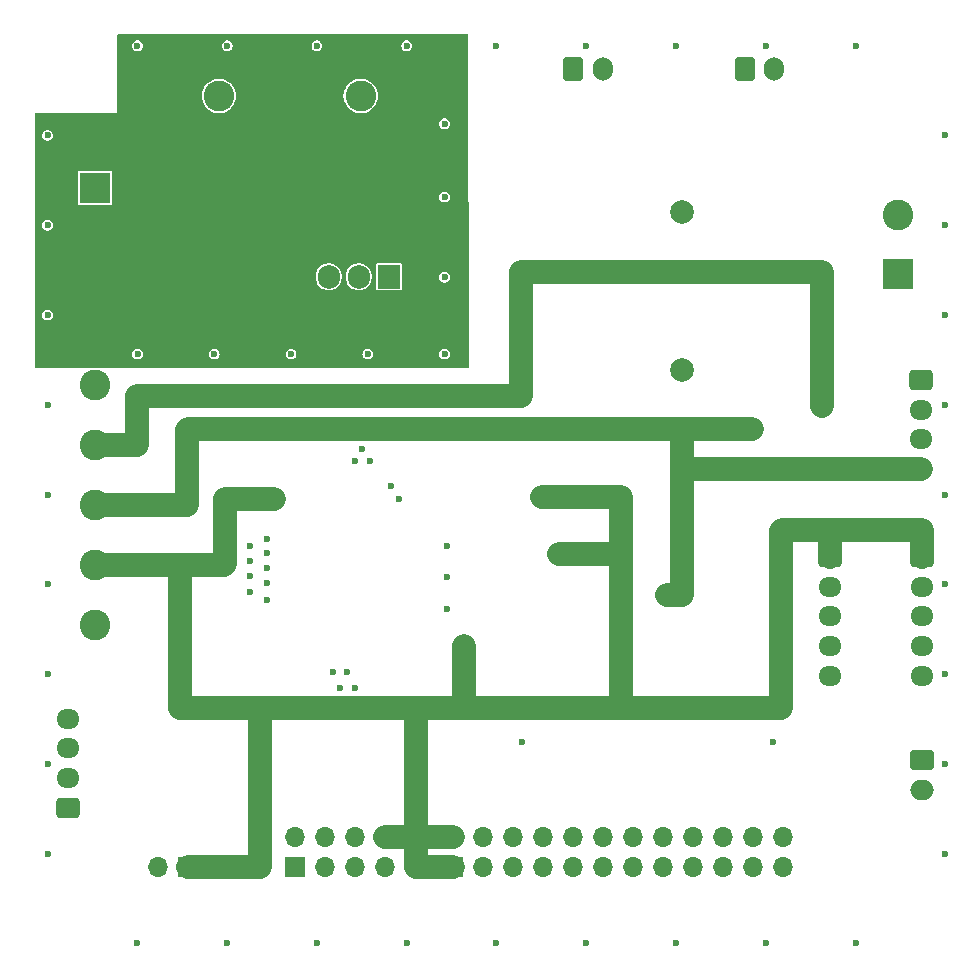
<source format=gbr>
%TF.GenerationSoftware,KiCad,Pcbnew,8.0.1*%
%TF.CreationDate,2024-05-03T08:15:37-04:00*%
%TF.ProjectId,ambiens-sc1,616d6269-656e-4732-9d73-63312e6b6963,rev?*%
%TF.SameCoordinates,Original*%
%TF.FileFunction,Copper,L3,Inr*%
%TF.FilePolarity,Positive*%
%FSLAX46Y46*%
G04 Gerber Fmt 4.6, Leading zero omitted, Abs format (unit mm)*
G04 Created by KiCad (PCBNEW 8.0.1) date 2024-05-03 08:15:37*
%MOMM*%
%LPD*%
G01*
G04 APERTURE LIST*
G04 Aperture macros list*
%AMRoundRect*
0 Rectangle with rounded corners*
0 $1 Rounding radius*
0 $2 $3 $4 $5 $6 $7 $8 $9 X,Y pos of 4 corners*
0 Add a 4 corners polygon primitive as box body*
4,1,4,$2,$3,$4,$5,$6,$7,$8,$9,$2,$3,0*
0 Add four circle primitives for the rounded corners*
1,1,$1+$1,$2,$3*
1,1,$1+$1,$4,$5*
1,1,$1+$1,$6,$7*
1,1,$1+$1,$8,$9*
0 Add four rect primitives between the rounded corners*
20,1,$1+$1,$2,$3,$4,$5,0*
20,1,$1+$1,$4,$5,$6,$7,0*
20,1,$1+$1,$6,$7,$8,$9,0*
20,1,$1+$1,$8,$9,$2,$3,0*%
G04 Aperture macros list end*
%TA.AperFunction,ComponentPad*%
%ADD10R,2.600000X2.600000*%
%TD*%
%TA.AperFunction,ComponentPad*%
%ADD11C,2.600000*%
%TD*%
%TA.AperFunction,ComponentPad*%
%ADD12R,2.000000X2.000000*%
%TD*%
%TA.AperFunction,ComponentPad*%
%ADD13C,2.000000*%
%TD*%
%TA.AperFunction,ComponentPad*%
%ADD14R,1.905000X2.000000*%
%TD*%
%TA.AperFunction,ComponentPad*%
%ADD15O,1.905000X2.000000*%
%TD*%
%TA.AperFunction,ComponentPad*%
%ADD16RoundRect,0.250000X-0.725000X0.600000X-0.725000X-0.600000X0.725000X-0.600000X0.725000X0.600000X0*%
%TD*%
%TA.AperFunction,ComponentPad*%
%ADD17O,1.950000X1.700000*%
%TD*%
%TA.AperFunction,ComponentPad*%
%ADD18R,1.700000X1.700000*%
%TD*%
%TA.AperFunction,ComponentPad*%
%ADD19O,1.700000X1.700000*%
%TD*%
%TA.AperFunction,ComponentPad*%
%ADD20RoundRect,0.250000X-0.600000X-0.750000X0.600000X-0.750000X0.600000X0.750000X-0.600000X0.750000X0*%
%TD*%
%TA.AperFunction,ComponentPad*%
%ADD21O,1.700000X2.000000*%
%TD*%
%TA.AperFunction,ComponentPad*%
%ADD22RoundRect,0.250000X0.725000X-0.600000X0.725000X0.600000X-0.725000X0.600000X-0.725000X-0.600000X0*%
%TD*%
%TA.AperFunction,ComponentPad*%
%ADD23RoundRect,0.250000X-0.750000X0.600000X-0.750000X-0.600000X0.750000X-0.600000X0.750000X0.600000X0*%
%TD*%
%TA.AperFunction,ComponentPad*%
%ADD24O,2.000000X1.700000*%
%TD*%
%TA.AperFunction,ViaPad*%
%ADD25C,0.600000*%
%TD*%
%TA.AperFunction,Conductor*%
%ADD26C,2.000000*%
%TD*%
%TA.AperFunction,Conductor*%
%ADD27C,0.200000*%
%TD*%
%TA.AperFunction,Conductor*%
%ADD28C,0.250000*%
%TD*%
G04 APERTURE END LIST*
D10*
%TO.N,+12V*%
%TO.C,J4*%
X158000000Y-50250000D03*
D11*
%TO.N,GND*%
X153000000Y-50250000D03*
%TD*%
D10*
%TO.N,+12V*%
%TO.C,J7*%
X130500000Y-69680000D03*
D11*
%TO.N,GND*%
X130500000Y-74759999D03*
%TO.N,+5V*%
X130500000Y-79840000D03*
%TO.N,+5VSB*%
X130500000Y-84920000D03*
%TO.N,+3.3V*%
X130500000Y-90000000D03*
%TO.N,/PS_ON*%
X130500000Y-95080000D03*
%TD*%
D12*
%TO.N,+5V*%
%TO.C,C1*%
X180175000Y-65117678D03*
D13*
%TO.N,GND*%
X180175000Y-60117678D03*
%TD*%
D14*
%TO.N,Net-(Q2-G)*%
%TO.C,Q2*%
X155369999Y-65570000D03*
D15*
%TO.N,Net-(D1-K)*%
X152829999Y-65570000D03*
%TO.N,GND*%
X150290000Y-65570000D03*
%TD*%
D16*
%TO.N,/leds/B*%
%TO.C,J8*%
X200457322Y-74325000D03*
D17*
%TO.N,/leds/G*%
X200457322Y-76825000D03*
%TO.N,/leds/R*%
X200457322Y-79325000D03*
%TO.N,+5VSB*%
X200457322Y-81825000D03*
%TD*%
D18*
%TO.N,/STM32/PROG_SWD*%
%TO.C,J14*%
X147410000Y-115532934D03*
D19*
%TO.N,/STM32/PROG_SCLK*%
X147410000Y-112992934D03*
%TO.N,/STM32/STM32_PB7*%
X149950000Y-115532934D03*
%TO.N,/STM32/STM32_PB6*%
X149950000Y-112992934D03*
%TO.N,/STM32/STM32_NRST*%
X152489999Y-115532934D03*
%TO.N,/STM32/STM32_BOOT0*%
X152490000Y-112992934D03*
%TO.N,GND*%
X155030000Y-115532934D03*
%TO.N,+3.3V*%
X155030000Y-112992934D03*
%TD*%
D20*
%TO.N,/AQ_FAN_CTRL*%
%TO.C,J1*%
X171000000Y-48000000D03*
D21*
%TO.N,/AQ_FAN_TACH*%
X173500000Y-48000000D03*
%TD*%
D22*
%TO.N,/PWR_BTN*%
%TO.C,J12*%
X128250000Y-110500000D03*
D17*
%TO.N,/SDA_CTRL*%
X128250000Y-108000000D03*
%TO.N,/SCL_CTRL*%
X128250000Y-105500000D03*
%TO.N,/PS_ON_CTRL*%
X128250000Y-103000000D03*
%TD*%
D18*
%TO.N,+3.3V*%
%TO.C,J13*%
X138365000Y-115532934D03*
D19*
%TO.N,/STM32/STM32_BOOT1*%
X135825000Y-115532934D03*
%TD*%
D18*
%TO.N,+3.3V*%
%TO.C,J15*%
X160860000Y-115532934D03*
D19*
X160860000Y-112992934D03*
%TO.N,/STM32/STM32_PB13*%
X163400000Y-115532934D03*
%TO.N,/STM32/STM32_PB12*%
X163400000Y-112992934D03*
%TO.N,/STM32/STM32_PB15*%
X165940000Y-115532934D03*
%TO.N,/STM32/STM32_PB14*%
X165940000Y-112992934D03*
%TO.N,/STM32/STM32_PA9*%
X168480000Y-115532934D03*
%TO.N,/STM32/STM32_PA8*%
X168480000Y-112992934D03*
%TO.N,/STM32/STM32_PA11*%
X171020000Y-115532934D03*
%TO.N,/STM32/STM32_PA10*%
X171020000Y-112992934D03*
%TO.N,/STM32/STM32_PA15*%
X173560000Y-115532934D03*
%TO.N,/STM32/STM32_PA12*%
X173560000Y-112992934D03*
%TO.N,/STM32/STM32_PB4*%
X176100000Y-115532934D03*
%TO.N,/STM32/STM32_PB3*%
X176100000Y-112992934D03*
%TO.N,GND*%
X178640000Y-115532934D03*
%TO.N,/STM32/STM32_PB5*%
X178640000Y-112992934D03*
%TO.N,/STM32/STM32_PC13*%
X181180000Y-115532934D03*
%TO.N,/STM32/STM32_PA1*%
X181180000Y-112992934D03*
%TO.N,/STM32/STM32_PA4*%
X183720000Y-115532934D03*
%TO.N,/STM32/STM32_PA5*%
X183720000Y-112992934D03*
%TO.N,/STM32/STM32_PB0*%
X186260000Y-115532934D03*
%TO.N,/STM32/STM32_PB1*%
X186260000Y-112992934D03*
%TO.N,GND*%
X188800000Y-115532934D03*
X188800000Y-112992934D03*
%TD*%
D12*
%TO.N,+5VSB*%
%TO.C,C2*%
X180175000Y-78475000D03*
D13*
%TO.N,GND*%
X180175000Y-73475000D03*
%TD*%
D10*
%TO.N,Net-(D1-K)*%
%TO.C,J5*%
X130500000Y-58030000D03*
D11*
%TO.N,+12V*%
X130500000Y-63030000D03*
%TD*%
D10*
%TO.N,/leds/5V_LED_STRIP*%
%TO.C,J6*%
X198457322Y-65325000D03*
D11*
%TO.N,GND*%
X198457322Y-60325000D03*
%TD*%
D16*
%TO.N,+3.3V*%
%TO.C,J9*%
X192700000Y-89325000D03*
D17*
%TO.N,GND*%
X192700000Y-91825000D03*
%TO.N,/SCL_BUS*%
X192700000Y-94325000D03*
%TO.N,/SDA_BUS*%
X192700000Y-96825000D03*
%TO.N,GND*%
X192700000Y-99325000D03*
%TD*%
D10*
%TO.N,+12V*%
%TO.C,J3*%
X146000000Y-50250000D03*
D11*
%TO.N,Net-(J3-Pin_2)*%
X141000000Y-50250000D03*
%TD*%
D16*
%TO.N,+3.3V*%
%TO.C,J10*%
X200500001Y-89325000D03*
D17*
%TO.N,GND*%
X200500001Y-91825000D03*
%TO.N,/SCL_BUS*%
X200500001Y-94325000D03*
%TO.N,/SDA_BUS*%
X200500001Y-96825000D03*
%TO.N,unconnected-(J10-Pin_5-Pad5)*%
X200500001Y-99325000D03*
%TD*%
D20*
%TO.N,/HEATER_TEMP*%
%TO.C,J2*%
X185500000Y-48000000D03*
D21*
%TO.N,GND*%
X188000000Y-48000000D03*
%TD*%
D23*
%TO.N,GND*%
%TO.C,J11*%
X200500000Y-106500000D03*
D24*
%TO.N,/PWR_BTN*%
X200500000Y-109000000D03*
%TD*%
D25*
%TO.N,+12V*%
X137660000Y-58010000D03*
%TO.N,+5VSB*%
X186225000Y-78425000D03*
X178950000Y-92520000D03*
%TO.N,GND*%
X187880000Y-104940000D03*
X160110000Y-72110000D03*
X126500000Y-68800000D03*
X187300000Y-46000000D03*
X134100000Y-46000000D03*
X202500000Y-68800000D03*
X194900000Y-46000000D03*
X156900000Y-46000000D03*
X126500000Y-106800000D03*
X202500000Y-99200000D03*
X172100000Y-46000000D03*
X202500000Y-91600000D03*
X126500000Y-76400000D03*
X153610000Y-72110000D03*
X126500000Y-91600000D03*
X141700000Y-122000000D03*
X149300000Y-122000000D03*
X134100000Y-122000000D03*
X126500000Y-61200000D03*
X179700000Y-46000000D03*
X202500000Y-53600000D03*
X126500000Y-53600000D03*
X172100000Y-122000000D03*
X149300000Y-46000000D03*
X160110000Y-58820000D03*
X166650000Y-104940000D03*
X202500000Y-61200000D03*
X126500000Y-114400000D03*
X202500000Y-76400000D03*
X202500000Y-106800000D03*
X164500000Y-46000000D03*
X160110000Y-65610000D03*
X160110000Y-52610000D03*
X126500000Y-84000000D03*
X164500000Y-122000000D03*
X202500000Y-84000000D03*
X202500000Y-114400000D03*
X126500000Y-99200000D03*
X194900000Y-122000000D03*
X140610000Y-72110000D03*
X179700000Y-122000000D03*
X187300000Y-122000000D03*
X156900000Y-122000000D03*
X134110000Y-72110000D03*
X147110000Y-72110000D03*
X141700000Y-46000000D03*
%TO.N,+3.3V*%
X155064439Y-101825000D03*
X161745000Y-96843545D03*
X163600000Y-101825000D03*
X145675000Y-84375000D03*
X140760000Y-115532934D03*
X168142500Y-84175000D03*
X172075000Y-84175000D03*
X178220000Y-101825000D03*
X147100000Y-101825000D03*
X169820000Y-89070000D03*
X166641496Y-101825000D03*
X170535698Y-101825000D03*
%TO.N,+5V*%
X192075001Y-75650000D03*
X192075001Y-76475000D03*
%TO.N,/STM32/STM32_NRST*%
X160350000Y-90950000D03*
%TO.N,/STM32/STM32_BOOT1*%
X152549872Y-81200000D03*
%TO.N,/STM32/STM32_PA4*%
X156225000Y-84350000D03*
%TO.N,/STM32/STM32_PB3*%
X151250000Y-100400000D03*
%TO.N,/STM32/STM32_PA8*%
X145075000Y-90228672D03*
%TO.N,/STM32/STM32_PC13*%
X160350000Y-93700000D03*
%TO.N,/STM32/STM32_PA12*%
X145075000Y-92925000D03*
%TO.N,/STM32/STM32_PA5*%
X155575000Y-83250000D03*
%TO.N,/STM32/STM32_PB15*%
X143650000Y-89628672D03*
%TO.N,/STM32/STM32_PB13*%
X143650000Y-88350000D03*
%TO.N,/STM32/STM32_PB5*%
X152549872Y-100400000D03*
%TO.N,/STM32/STM32_PB14*%
X145075000Y-88953672D03*
%TO.N,/STM32/STM32_PB1*%
X153150000Y-80175000D03*
%TO.N,/STM32/STM32_PB12*%
X145075000Y-87750000D03*
%TO.N,/STM32/STM32_PA15*%
X150650000Y-99050000D03*
%TO.N,/STM32/STM32_PB4*%
X151850000Y-99050000D03*
%TO.N,/STM32/STM32_PB0*%
X153749872Y-81200000D03*
%TO.N,/STM32/STM32_PA9*%
X143650000Y-90900000D03*
%TO.N,/STM32/STM32_PA1*%
X160350000Y-88350000D03*
%TO.N,/STM32/STM32_PA11*%
X143650000Y-92225000D03*
%TO.N,/STM32/STM32_PA10*%
X145075000Y-91525000D03*
%TD*%
D26*
%TO.N,+5VSB*%
X178950000Y-92520000D02*
X180135000Y-92520000D01*
X138325000Y-78515000D02*
X138365000Y-78475000D01*
D27*
X180135000Y-92520000D02*
X180175000Y-92480000D01*
D26*
X180225000Y-81800000D02*
X180200000Y-81825000D01*
X200457322Y-81825000D02*
X180200000Y-81825000D01*
X180175000Y-81750000D02*
X180225000Y-81800000D01*
X133650000Y-84920000D02*
X138320000Y-84920000D01*
X133650000Y-84920000D02*
X136480000Y-84920000D01*
X138320000Y-84920000D02*
X138325000Y-84925000D01*
X130500000Y-84920000D02*
X133650000Y-84920000D01*
X186175000Y-78475000D02*
X180175000Y-78475000D01*
X138325000Y-84925000D02*
X138325000Y-78515000D01*
D27*
X136480000Y-84920000D02*
X136550000Y-84850000D01*
D26*
X180175000Y-78475000D02*
X180175000Y-92480000D01*
D27*
X186225000Y-78425000D02*
X186175000Y-78475000D01*
D26*
X178350000Y-78475000D02*
X180175000Y-78475000D01*
X138365000Y-78475000D02*
X178350000Y-78475000D01*
%TO.N,+3.3V*%
X188650000Y-87025000D02*
X192475000Y-87025000D01*
X175025000Y-102075000D02*
X188550000Y-102075000D01*
X157650000Y-112475000D02*
X157650000Y-115525000D01*
X144500000Y-115520000D02*
X144500000Y-102075000D01*
X137700000Y-90000000D02*
X137700000Y-102075000D01*
X137700000Y-90000000D02*
X141400000Y-90000000D01*
X144487066Y-115532934D02*
X138365000Y-115532934D01*
X157657934Y-115532934D02*
X160860000Y-115532934D01*
X161825000Y-102075000D02*
X175025000Y-102075000D01*
X157650000Y-115525000D02*
X157657934Y-115532934D01*
X160860000Y-112992934D02*
X155030000Y-112992934D01*
X144487066Y-115532934D02*
X144500000Y-115520000D01*
X158167934Y-112992934D02*
X160860000Y-112992934D01*
X157650000Y-102275000D02*
X157450000Y-102075000D01*
X175025000Y-84175000D02*
X175025000Y-89270000D01*
X188575000Y-102050000D02*
X188575000Y-87100000D01*
X145675000Y-84375000D02*
X141505000Y-84375000D01*
X175025000Y-89270000D02*
X175025000Y-102075000D01*
D28*
X141505000Y-84375000D02*
X141500000Y-84380000D01*
D26*
X169820000Y-89070000D02*
X174825000Y-89070000D01*
X130500000Y-90000000D02*
X137700000Y-90000000D01*
X188575000Y-87100000D02*
X188650000Y-87025000D01*
X157450000Y-102075000D02*
X161825000Y-102075000D01*
X144500000Y-102075000D02*
X157450000Y-102075000D01*
X141400000Y-90000000D02*
X141500000Y-89900000D01*
D28*
X161745000Y-101995000D02*
X161825000Y-102075000D01*
D26*
X157650000Y-112475000D02*
X157650000Y-102275000D01*
X157650000Y-112475000D02*
X158167934Y-112992934D01*
X141500000Y-89900000D02*
X141500000Y-84380000D01*
X168375000Y-84175000D02*
X175025000Y-84175000D01*
X137700000Y-102075000D02*
X144500000Y-102075000D01*
X161745000Y-96843545D02*
X161745000Y-101995000D01*
X200490002Y-87025000D02*
X200500001Y-87034999D01*
X200500001Y-89325000D02*
X200500001Y-87034999D01*
X188550000Y-102075000D02*
X188575000Y-102050000D01*
X192700000Y-87250000D02*
X192700000Y-89325000D01*
X192475000Y-87025000D02*
X192700000Y-87250000D01*
D28*
X174825000Y-89070000D02*
X175025000Y-89270000D01*
D26*
X192475000Y-87025000D02*
X200490002Y-87025000D01*
%TO.N,+5V*%
X134050000Y-79770000D02*
X134050000Y-75690000D01*
D27*
X192075001Y-65125001D02*
X192067678Y-65117678D01*
D26*
X134050000Y-75690000D02*
X134065000Y-75675000D01*
X130500000Y-79840000D02*
X133980000Y-79840000D01*
X166575000Y-65117678D02*
X180175000Y-65117678D01*
X166575000Y-75675000D02*
X166575000Y-65117678D01*
X134065000Y-75675000D02*
X166575000Y-75675000D01*
X192075001Y-76475000D02*
X192075001Y-65125001D01*
X192067678Y-65117678D02*
X180175000Y-65117678D01*
X133980000Y-79840000D02*
X134050000Y-79770000D01*
%TD*%
%TA.AperFunction,Conductor*%
%TO.N,+12V*%
G36*
X162106208Y-45072174D02*
G01*
X162127882Y-45124310D01*
X162199810Y-73175908D01*
X162178270Y-73228290D01*
X162126000Y-73250097D01*
X162125911Y-73250098D01*
X162125908Y-73250098D01*
X125499598Y-73298543D01*
X125447243Y-73276938D01*
X125425500Y-73224641D01*
X125425500Y-72110000D01*
X133654867Y-72110000D01*
X133673302Y-72238223D01*
X133673302Y-72238224D01*
X133673303Y-72238226D01*
X133727118Y-72356063D01*
X133811951Y-72453967D01*
X133920931Y-72524004D01*
X134045228Y-72560500D01*
X134174772Y-72560500D01*
X134299069Y-72524004D01*
X134408049Y-72453967D01*
X134492882Y-72356063D01*
X134546697Y-72238226D01*
X134565133Y-72110000D01*
X140154867Y-72110000D01*
X140173302Y-72238223D01*
X140173302Y-72238224D01*
X140173303Y-72238226D01*
X140227118Y-72356063D01*
X140311951Y-72453967D01*
X140420931Y-72524004D01*
X140545228Y-72560500D01*
X140674772Y-72560500D01*
X140799069Y-72524004D01*
X140908049Y-72453967D01*
X140992882Y-72356063D01*
X141046697Y-72238226D01*
X141065133Y-72110000D01*
X146654867Y-72110000D01*
X146673302Y-72238223D01*
X146673302Y-72238224D01*
X146673303Y-72238226D01*
X146727118Y-72356063D01*
X146811951Y-72453967D01*
X146920931Y-72524004D01*
X147045228Y-72560500D01*
X147174772Y-72560500D01*
X147299069Y-72524004D01*
X147408049Y-72453967D01*
X147492882Y-72356063D01*
X147546697Y-72238226D01*
X147565133Y-72110000D01*
X153154867Y-72110000D01*
X153173302Y-72238223D01*
X153173302Y-72238224D01*
X153173303Y-72238226D01*
X153227118Y-72356063D01*
X153311951Y-72453967D01*
X153420931Y-72524004D01*
X153545228Y-72560500D01*
X153674772Y-72560500D01*
X153799069Y-72524004D01*
X153908049Y-72453967D01*
X153992882Y-72356063D01*
X154046697Y-72238226D01*
X154065133Y-72110000D01*
X159654867Y-72110000D01*
X159673302Y-72238223D01*
X159673302Y-72238224D01*
X159673303Y-72238226D01*
X159727118Y-72356063D01*
X159811951Y-72453967D01*
X159920931Y-72524004D01*
X160045228Y-72560500D01*
X160174772Y-72560500D01*
X160299069Y-72524004D01*
X160408049Y-72453967D01*
X160492882Y-72356063D01*
X160546697Y-72238226D01*
X160565133Y-72110000D01*
X160546697Y-71981774D01*
X160492882Y-71863937D01*
X160408049Y-71766033D01*
X160341032Y-71722964D01*
X160299068Y-71695995D01*
X160174772Y-71659500D01*
X160045228Y-71659500D01*
X159920931Y-71695995D01*
X159811954Y-71766031D01*
X159811950Y-71766034D01*
X159727119Y-71863935D01*
X159673302Y-71981776D01*
X159654867Y-72110000D01*
X154065133Y-72110000D01*
X154046697Y-71981774D01*
X153992882Y-71863937D01*
X153908049Y-71766033D01*
X153841032Y-71722964D01*
X153799068Y-71695995D01*
X153674772Y-71659500D01*
X153545228Y-71659500D01*
X153420931Y-71695995D01*
X153311954Y-71766031D01*
X153311950Y-71766034D01*
X153227119Y-71863935D01*
X153173302Y-71981776D01*
X153154867Y-72110000D01*
X147565133Y-72110000D01*
X147546697Y-71981774D01*
X147492882Y-71863937D01*
X147408049Y-71766033D01*
X147341032Y-71722964D01*
X147299068Y-71695995D01*
X147174772Y-71659500D01*
X147045228Y-71659500D01*
X146920931Y-71695995D01*
X146811954Y-71766031D01*
X146811950Y-71766034D01*
X146727119Y-71863935D01*
X146673302Y-71981776D01*
X146654867Y-72110000D01*
X141065133Y-72110000D01*
X141046697Y-71981774D01*
X140992882Y-71863937D01*
X140908049Y-71766033D01*
X140841032Y-71722964D01*
X140799068Y-71695995D01*
X140674772Y-71659500D01*
X140545228Y-71659500D01*
X140420931Y-71695995D01*
X140311954Y-71766031D01*
X140311950Y-71766034D01*
X140227119Y-71863935D01*
X140173302Y-71981776D01*
X140154867Y-72110000D01*
X134565133Y-72110000D01*
X134546697Y-71981774D01*
X134492882Y-71863937D01*
X134408049Y-71766033D01*
X134341032Y-71722964D01*
X134299068Y-71695995D01*
X134174772Y-71659500D01*
X134045228Y-71659500D01*
X133920931Y-71695995D01*
X133811954Y-71766031D01*
X133811950Y-71766034D01*
X133727119Y-71863935D01*
X133673302Y-71981776D01*
X133654867Y-72110000D01*
X125425500Y-72110000D01*
X125425500Y-68800000D01*
X126044867Y-68800000D01*
X126063302Y-68928223D01*
X126063302Y-68928224D01*
X126063303Y-68928226D01*
X126117118Y-69046063D01*
X126201951Y-69143967D01*
X126310931Y-69214004D01*
X126435228Y-69250500D01*
X126564772Y-69250500D01*
X126689069Y-69214004D01*
X126798049Y-69143967D01*
X126882882Y-69046063D01*
X126936697Y-68928226D01*
X126955133Y-68800000D01*
X126936697Y-68671774D01*
X126882882Y-68553937D01*
X126798049Y-68456033D01*
X126731032Y-68412964D01*
X126689068Y-68385995D01*
X126564772Y-68349500D01*
X126435228Y-68349500D01*
X126310931Y-68385995D01*
X126201954Y-68456031D01*
X126201950Y-68456034D01*
X126117119Y-68553935D01*
X126063302Y-68671776D01*
X126044867Y-68800000D01*
X125425500Y-68800000D01*
X125425500Y-65704308D01*
X149187000Y-65704308D01*
X149214158Y-65875784D01*
X149214160Y-65875793D01*
X149267807Y-66040899D01*
X149346629Y-66195598D01*
X149409130Y-66281623D01*
X149448678Y-66336056D01*
X149571444Y-66458822D01*
X149649400Y-66515460D01*
X149711901Y-66560870D01*
X149786462Y-66598860D01*
X149866595Y-66639690D01*
X149866597Y-66639690D01*
X149866600Y-66639692D01*
X150031706Y-66693339D01*
X150031708Y-66693339D01*
X150031713Y-66693341D01*
X150146032Y-66711447D01*
X150203191Y-66720500D01*
X150203192Y-66720500D01*
X150376809Y-66720500D01*
X150431947Y-66711767D01*
X150548287Y-66693341D01*
X150713405Y-66639690D01*
X150868098Y-66560870D01*
X151008556Y-66458822D01*
X151131322Y-66336056D01*
X151233370Y-66195598D01*
X151312190Y-66040905D01*
X151365841Y-65875787D01*
X151393000Y-65704308D01*
X151726999Y-65704308D01*
X151754157Y-65875784D01*
X151754159Y-65875793D01*
X151807806Y-66040899D01*
X151886628Y-66195598D01*
X151949129Y-66281623D01*
X151988677Y-66336056D01*
X152111443Y-66458822D01*
X152189399Y-66515460D01*
X152251900Y-66560870D01*
X152326461Y-66598860D01*
X152406594Y-66639690D01*
X152406596Y-66639690D01*
X152406599Y-66639692D01*
X152571705Y-66693339D01*
X152571707Y-66693339D01*
X152571712Y-66693341D01*
X152686031Y-66711447D01*
X152743190Y-66720500D01*
X152743191Y-66720500D01*
X152916808Y-66720500D01*
X152971946Y-66711767D01*
X153088286Y-66693341D01*
X153253404Y-66639690D01*
X153361094Y-66584819D01*
X154266999Y-66584819D01*
X154275732Y-66628722D01*
X154283060Y-66639690D01*
X154308995Y-66678504D01*
X154358777Y-66711767D01*
X154402679Y-66720500D01*
X154402680Y-66720500D01*
X156337318Y-66720500D01*
X156337319Y-66720500D01*
X156381221Y-66711767D01*
X156431003Y-66678504D01*
X156464266Y-66628722D01*
X156472999Y-66584820D01*
X156472999Y-65610000D01*
X159654867Y-65610000D01*
X159673302Y-65738223D01*
X159673302Y-65738224D01*
X159673303Y-65738226D01*
X159727118Y-65856063D01*
X159811951Y-65953967D01*
X159920931Y-66024004D01*
X160045228Y-66060500D01*
X160174772Y-66060500D01*
X160299069Y-66024004D01*
X160408049Y-65953967D01*
X160492882Y-65856063D01*
X160546697Y-65738226D01*
X160565133Y-65610000D01*
X160546697Y-65481774D01*
X160492882Y-65363937D01*
X160408049Y-65266033D01*
X160341032Y-65222964D01*
X160299068Y-65195995D01*
X160174772Y-65159500D01*
X160045228Y-65159500D01*
X159920931Y-65195995D01*
X159811954Y-65266031D01*
X159811950Y-65266034D01*
X159727119Y-65363935D01*
X159673302Y-65481776D01*
X159654867Y-65610000D01*
X156472999Y-65610000D01*
X156472999Y-64555180D01*
X156464266Y-64511278D01*
X156431003Y-64461496D01*
X156381221Y-64428233D01*
X156337319Y-64419500D01*
X154402679Y-64419500D01*
X154380728Y-64423866D01*
X154358776Y-64428233D01*
X154308995Y-64461495D01*
X154308994Y-64461496D01*
X154275732Y-64511277D01*
X154266999Y-64555180D01*
X154266999Y-66584819D01*
X153361094Y-66584819D01*
X153408097Y-66560870D01*
X153548555Y-66458822D01*
X153671321Y-66336056D01*
X153773369Y-66195598D01*
X153852189Y-66040905D01*
X153905840Y-65875787D01*
X153932999Y-65704308D01*
X153932999Y-65435692D01*
X153905840Y-65264213D01*
X153883675Y-65195996D01*
X153852191Y-65099100D01*
X153852189Y-65099097D01*
X153852189Y-65099095D01*
X153811359Y-65018962D01*
X153773369Y-64944401D01*
X153727959Y-64881900D01*
X153671321Y-64803944D01*
X153548555Y-64681178D01*
X153494122Y-64641630D01*
X153408097Y-64579129D01*
X153253398Y-64500307D01*
X153088292Y-64446660D01*
X153088283Y-64446658D01*
X152916808Y-64419500D01*
X152916807Y-64419500D01*
X152743191Y-64419500D01*
X152743190Y-64419500D01*
X152571714Y-64446658D01*
X152571705Y-64446660D01*
X152406599Y-64500307D01*
X152251900Y-64579129D01*
X152111447Y-64681175D01*
X152111443Y-64681178D01*
X151988677Y-64803944D01*
X151988674Y-64803947D01*
X151988674Y-64803948D01*
X151886628Y-64944401D01*
X151807806Y-65099100D01*
X151754159Y-65264206D01*
X151754157Y-65264215D01*
X151726999Y-65435691D01*
X151726999Y-65704308D01*
X151393000Y-65704308D01*
X151393000Y-65435692D01*
X151365841Y-65264213D01*
X151343676Y-65195996D01*
X151312192Y-65099100D01*
X151312190Y-65099097D01*
X151312190Y-65099095D01*
X151271360Y-65018962D01*
X151233370Y-64944401D01*
X151187960Y-64881900D01*
X151131322Y-64803944D01*
X151008556Y-64681178D01*
X150954123Y-64641630D01*
X150868098Y-64579129D01*
X150713399Y-64500307D01*
X150548293Y-64446660D01*
X150548284Y-64446658D01*
X150376809Y-64419500D01*
X150376808Y-64419500D01*
X150203192Y-64419500D01*
X150203191Y-64419500D01*
X150031715Y-64446658D01*
X150031706Y-64446660D01*
X149866600Y-64500307D01*
X149711901Y-64579129D01*
X149571448Y-64681175D01*
X149571444Y-64681178D01*
X149448678Y-64803944D01*
X149448675Y-64803947D01*
X149448675Y-64803948D01*
X149346629Y-64944401D01*
X149267807Y-65099100D01*
X149214160Y-65264206D01*
X149214158Y-65264215D01*
X149187000Y-65435691D01*
X149187000Y-65704308D01*
X125425500Y-65704308D01*
X125425500Y-61200000D01*
X126044867Y-61200000D01*
X126063302Y-61328223D01*
X126063302Y-61328224D01*
X126063303Y-61328226D01*
X126117118Y-61446063D01*
X126201951Y-61543967D01*
X126310931Y-61614004D01*
X126435228Y-61650500D01*
X126564772Y-61650500D01*
X126689069Y-61614004D01*
X126798049Y-61543967D01*
X126882882Y-61446063D01*
X126936697Y-61328226D01*
X126955133Y-61200000D01*
X126936697Y-61071774D01*
X126882882Y-60953937D01*
X126798049Y-60856033D01*
X126731032Y-60812964D01*
X126689068Y-60785995D01*
X126564772Y-60749500D01*
X126435228Y-60749500D01*
X126310931Y-60785995D01*
X126201954Y-60856031D01*
X126201950Y-60856034D01*
X126117119Y-60953935D01*
X126063302Y-61071776D01*
X126044867Y-61200000D01*
X125425500Y-61200000D01*
X125425500Y-59344820D01*
X129049500Y-59344820D01*
X129058233Y-59388722D01*
X129091496Y-59438504D01*
X129141278Y-59471767D01*
X129185180Y-59480500D01*
X129185181Y-59480500D01*
X131814819Y-59480500D01*
X131814820Y-59480500D01*
X131858722Y-59471767D01*
X131908504Y-59438504D01*
X131941767Y-59388722D01*
X131950500Y-59344820D01*
X131950500Y-58820000D01*
X159654867Y-58820000D01*
X159673302Y-58948223D01*
X159673302Y-58948224D01*
X159673303Y-58948226D01*
X159727118Y-59066063D01*
X159811951Y-59163967D01*
X159920931Y-59234004D01*
X160045228Y-59270500D01*
X160174772Y-59270500D01*
X160299069Y-59234004D01*
X160408049Y-59163967D01*
X160492882Y-59066063D01*
X160546697Y-58948226D01*
X160565133Y-58820000D01*
X160546697Y-58691774D01*
X160492882Y-58573937D01*
X160408049Y-58476033D01*
X160341032Y-58432964D01*
X160299068Y-58405995D01*
X160174772Y-58369500D01*
X160045228Y-58369500D01*
X159920931Y-58405995D01*
X159811954Y-58476031D01*
X159811950Y-58476034D01*
X159727119Y-58573935D01*
X159673302Y-58691776D01*
X159654867Y-58820000D01*
X131950500Y-58820000D01*
X131950500Y-56715180D01*
X131941767Y-56671278D01*
X131908504Y-56621496D01*
X131858722Y-56588233D01*
X131814820Y-56579500D01*
X129185180Y-56579500D01*
X129163229Y-56583866D01*
X129141277Y-56588233D01*
X129091496Y-56621495D01*
X129091495Y-56621496D01*
X129058233Y-56671277D01*
X129058233Y-56671278D01*
X129049500Y-56715180D01*
X129049500Y-59344820D01*
X125425500Y-59344820D01*
X125425500Y-53600000D01*
X126044867Y-53600000D01*
X126063302Y-53728223D01*
X126063302Y-53728224D01*
X126063303Y-53728226D01*
X126117118Y-53846063D01*
X126201951Y-53943967D01*
X126310931Y-54014004D01*
X126435228Y-54050500D01*
X126564772Y-54050500D01*
X126689069Y-54014004D01*
X126798049Y-53943967D01*
X126882882Y-53846063D01*
X126936697Y-53728226D01*
X126955133Y-53600000D01*
X126936697Y-53471774D01*
X126882882Y-53353937D01*
X126798049Y-53256033D01*
X126731032Y-53212964D01*
X126689068Y-53185995D01*
X126564772Y-53149500D01*
X126435228Y-53149500D01*
X126310931Y-53185995D01*
X126201954Y-53256031D01*
X126201950Y-53256034D01*
X126117119Y-53353935D01*
X126063302Y-53471776D01*
X126044867Y-53600000D01*
X125425500Y-53600000D01*
X125425500Y-52610000D01*
X159654867Y-52610000D01*
X159673302Y-52738223D01*
X159673302Y-52738224D01*
X159673303Y-52738226D01*
X159727118Y-52856063D01*
X159811951Y-52953967D01*
X159920931Y-53024004D01*
X160045228Y-53060500D01*
X160174772Y-53060500D01*
X160299069Y-53024004D01*
X160408049Y-52953967D01*
X160492882Y-52856063D01*
X160546697Y-52738226D01*
X160565133Y-52610000D01*
X160546697Y-52481774D01*
X160492882Y-52363937D01*
X160408049Y-52266033D01*
X160341032Y-52222964D01*
X160299068Y-52195995D01*
X160174772Y-52159500D01*
X160045228Y-52159500D01*
X159920931Y-52195995D01*
X159811954Y-52266031D01*
X159811950Y-52266034D01*
X159727119Y-52363935D01*
X159673302Y-52481776D01*
X159654867Y-52610000D01*
X125425500Y-52610000D01*
X125425500Y-51770610D01*
X125447174Y-51718284D01*
X125499264Y-51696611D01*
X132350000Y-51675000D01*
X132350000Y-50250003D01*
X139544529Y-50250003D01*
X139564378Y-50489556D01*
X139564378Y-50489557D01*
X139623392Y-50722597D01*
X139719951Y-50942728D01*
X139851429Y-51143969D01*
X140014236Y-51320825D01*
X140203933Y-51468472D01*
X140415344Y-51582882D01*
X140642703Y-51660934D01*
X140879808Y-51700500D01*
X141120192Y-51700500D01*
X141357297Y-51660934D01*
X141584656Y-51582882D01*
X141796067Y-51468472D01*
X141985764Y-51320825D01*
X142148571Y-51143969D01*
X142280049Y-50942728D01*
X142376610Y-50722591D01*
X142435620Y-50489563D01*
X142435620Y-50489559D01*
X142435621Y-50489557D01*
X142435621Y-50489556D01*
X142455471Y-50250003D01*
X151544529Y-50250003D01*
X151564378Y-50489556D01*
X151564378Y-50489557D01*
X151623392Y-50722597D01*
X151719951Y-50942728D01*
X151851429Y-51143969D01*
X152014236Y-51320825D01*
X152203933Y-51468472D01*
X152415344Y-51582882D01*
X152642703Y-51660934D01*
X152879808Y-51700500D01*
X153120192Y-51700500D01*
X153357297Y-51660934D01*
X153584656Y-51582882D01*
X153796067Y-51468472D01*
X153985764Y-51320825D01*
X154148571Y-51143969D01*
X154280049Y-50942728D01*
X154376610Y-50722591D01*
X154435620Y-50489563D01*
X154435620Y-50489559D01*
X154435621Y-50489557D01*
X154435621Y-50489556D01*
X154455471Y-50250003D01*
X154455471Y-50249996D01*
X154435621Y-50010443D01*
X154435621Y-50010442D01*
X154435620Y-50010437D01*
X154376610Y-49777409D01*
X154280049Y-49557272D01*
X154148571Y-49356031D01*
X153985764Y-49179175D01*
X153796067Y-49031528D01*
X153667234Y-48961807D01*
X153584655Y-48917117D01*
X153357295Y-48839065D01*
X153120194Y-48799500D01*
X153120192Y-48799500D01*
X152879808Y-48799500D01*
X152879805Y-48799500D01*
X152642704Y-48839065D01*
X152415344Y-48917117D01*
X152203940Y-49031524D01*
X152203928Y-49031531D01*
X152014234Y-49179176D01*
X151851427Y-49356033D01*
X151719951Y-49557271D01*
X151623392Y-49777402D01*
X151564378Y-50010442D01*
X151564378Y-50010443D01*
X151544529Y-50249996D01*
X151544529Y-50250003D01*
X142455471Y-50250003D01*
X142455471Y-50249996D01*
X142435621Y-50010443D01*
X142435621Y-50010442D01*
X142435620Y-50010437D01*
X142376610Y-49777409D01*
X142280049Y-49557272D01*
X142148571Y-49356031D01*
X141985764Y-49179175D01*
X141796067Y-49031528D01*
X141667234Y-48961807D01*
X141584655Y-48917117D01*
X141357295Y-48839065D01*
X141120194Y-48799500D01*
X141120192Y-48799500D01*
X140879808Y-48799500D01*
X140879805Y-48799500D01*
X140642704Y-48839065D01*
X140415344Y-48917117D01*
X140203940Y-49031524D01*
X140203928Y-49031531D01*
X140014234Y-49179176D01*
X139851427Y-49356033D01*
X139719951Y-49557271D01*
X139623392Y-49777402D01*
X139564378Y-50010442D01*
X139564378Y-50010443D01*
X139544529Y-50249996D01*
X139544529Y-50250003D01*
X132350000Y-50250003D01*
X132350000Y-46000000D01*
X133644867Y-46000000D01*
X133663302Y-46128223D01*
X133663302Y-46128224D01*
X133663303Y-46128226D01*
X133717118Y-46246063D01*
X133801951Y-46343967D01*
X133910931Y-46414004D01*
X134035228Y-46450500D01*
X134164772Y-46450500D01*
X134289069Y-46414004D01*
X134398049Y-46343967D01*
X134482882Y-46246063D01*
X134536697Y-46128226D01*
X134555133Y-46000000D01*
X141244867Y-46000000D01*
X141263302Y-46128223D01*
X141263302Y-46128224D01*
X141263303Y-46128226D01*
X141317118Y-46246063D01*
X141401951Y-46343967D01*
X141510931Y-46414004D01*
X141635228Y-46450500D01*
X141764772Y-46450500D01*
X141889069Y-46414004D01*
X141998049Y-46343967D01*
X142082882Y-46246063D01*
X142136697Y-46128226D01*
X142155133Y-46000000D01*
X148844867Y-46000000D01*
X148863302Y-46128223D01*
X148863302Y-46128224D01*
X148863303Y-46128226D01*
X148917118Y-46246063D01*
X149001951Y-46343967D01*
X149110931Y-46414004D01*
X149235228Y-46450500D01*
X149364772Y-46450500D01*
X149489069Y-46414004D01*
X149598049Y-46343967D01*
X149682882Y-46246063D01*
X149736697Y-46128226D01*
X149755133Y-46000000D01*
X156444867Y-46000000D01*
X156463302Y-46128223D01*
X156463302Y-46128224D01*
X156463303Y-46128226D01*
X156517118Y-46246063D01*
X156601951Y-46343967D01*
X156710931Y-46414004D01*
X156835228Y-46450500D01*
X156964772Y-46450500D01*
X157089069Y-46414004D01*
X157198049Y-46343967D01*
X157282882Y-46246063D01*
X157336697Y-46128226D01*
X157355133Y-46000000D01*
X157336697Y-45871774D01*
X157282882Y-45753937D01*
X157198049Y-45656033D01*
X157131032Y-45612964D01*
X157089068Y-45585995D01*
X156964772Y-45549500D01*
X156835228Y-45549500D01*
X156710931Y-45585995D01*
X156601954Y-45656031D01*
X156601950Y-45656034D01*
X156517119Y-45753935D01*
X156463302Y-45871776D01*
X156444867Y-46000000D01*
X149755133Y-46000000D01*
X149736697Y-45871774D01*
X149682882Y-45753937D01*
X149598049Y-45656033D01*
X149531032Y-45612964D01*
X149489068Y-45585995D01*
X149364772Y-45549500D01*
X149235228Y-45549500D01*
X149110931Y-45585995D01*
X149001954Y-45656031D01*
X149001950Y-45656034D01*
X148917119Y-45753935D01*
X148863302Y-45871776D01*
X148844867Y-46000000D01*
X142155133Y-46000000D01*
X142136697Y-45871774D01*
X142082882Y-45753937D01*
X141998049Y-45656033D01*
X141931032Y-45612964D01*
X141889068Y-45585995D01*
X141764772Y-45549500D01*
X141635228Y-45549500D01*
X141510931Y-45585995D01*
X141401954Y-45656031D01*
X141401950Y-45656034D01*
X141317119Y-45753935D01*
X141263302Y-45871776D01*
X141244867Y-46000000D01*
X134555133Y-46000000D01*
X134536697Y-45871774D01*
X134482882Y-45753937D01*
X134398049Y-45656033D01*
X134331032Y-45612964D01*
X134289068Y-45585995D01*
X134164772Y-45549500D01*
X134035228Y-45549500D01*
X133910931Y-45585995D01*
X133801954Y-45656031D01*
X133801950Y-45656034D01*
X133717119Y-45753935D01*
X133663302Y-45871776D01*
X133644867Y-46000000D01*
X132350000Y-46000000D01*
X132350000Y-45124500D01*
X132371674Y-45072174D01*
X132424000Y-45050500D01*
X162053882Y-45050500D01*
X162106208Y-45072174D01*
G37*
%TD.AperFunction*%
%TD*%
M02*

</source>
